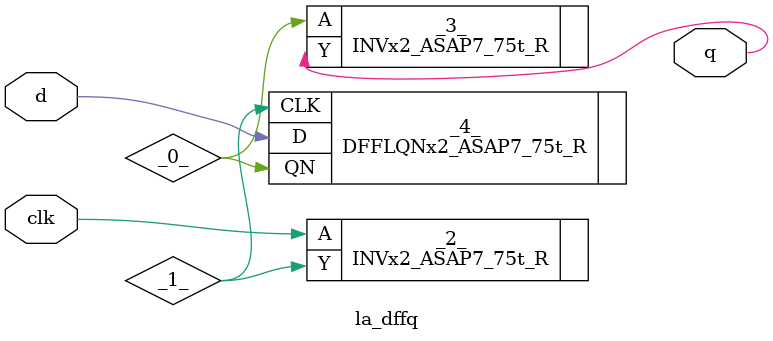
<source format=v>

/* Generated by Yosys 0.37 (git sha1 a5c7f69ed, clang 14.0.0-1ubuntu1.1 -fPIC -Os) */

module la_dffq(d, clk, q);
  wire _0_;
  wire _1_;
  input clk;
  wire clk;
  input d;
  wire d;
  output q;
  wire q;
  INVx2_ASAP7_75t_R _2_ (
    .A(clk),
    .Y(_1_)
  );
  INVx2_ASAP7_75t_R _3_ (
    .A(_0_),
    .Y(q)
  );
  DFFLQNx2_ASAP7_75t_R _4_ (
    .CLK(_1_),
    .D(d),
    .QN(_0_)
  );
endmodule

</source>
